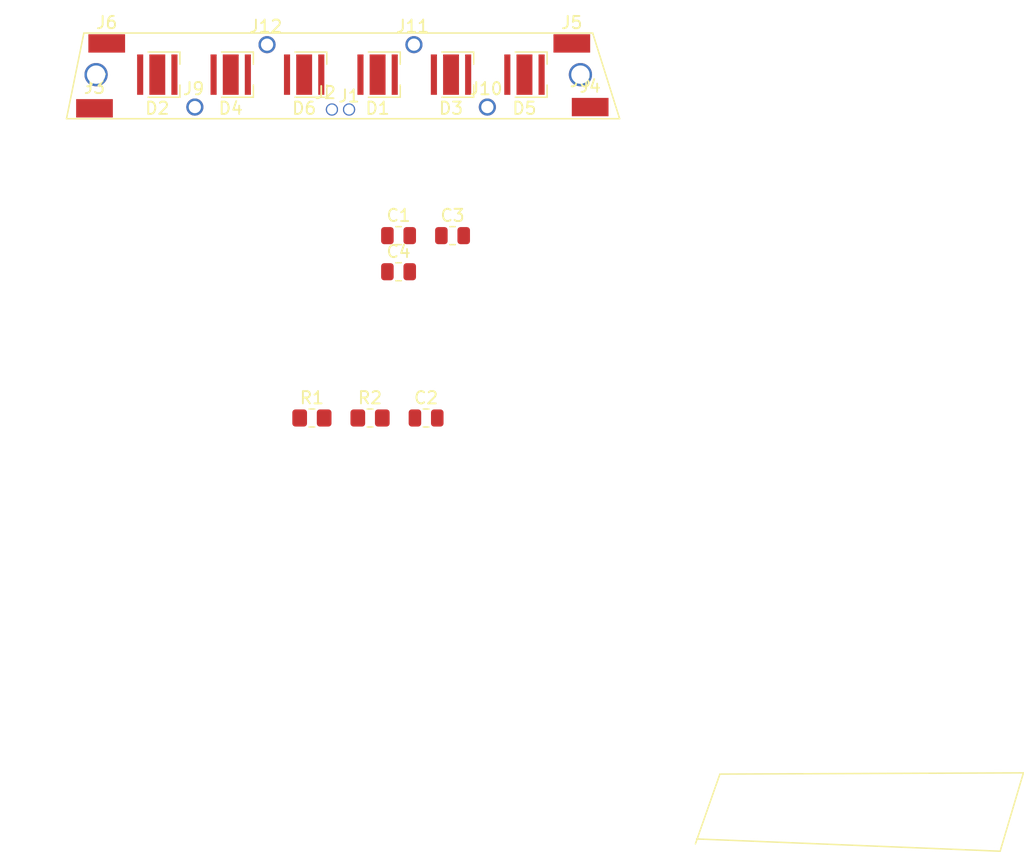
<source format=kicad_pcb>
(kicad_pcb (version 20171130) (host pcbnew "(5.1.9)-1")

  (general
    (thickness 1.6)
    (drawings 8)
    (tracks 0)
    (zones 0)
    (modules 24)
    (nets 10)
  )

  (page A4)
  (layers
    (0 F.Cu signal)
    (31 B.Cu signal)
    (32 B.Adhes user)
    (33 F.Adhes user)
    (34 B.Paste user)
    (35 F.Paste user)
    (36 B.SilkS user)
    (37 F.SilkS user)
    (38 B.Mask user)
    (39 F.Mask user)
    (40 Dwgs.User user)
    (41 Cmts.User user)
    (42 Eco1.User user)
    (43 Eco2.User user)
    (44 Edge.Cuts user)
    (45 Margin user)
    (46 B.CrtYd user)
    (47 F.CrtYd user)
    (48 B.Fab user)
    (49 F.Fab user)
  )

  (setup
    (last_trace_width 0.25)
    (trace_clearance 0.2)
    (zone_clearance 0.508)
    (zone_45_only no)
    (trace_min 0.2)
    (via_size 0.8)
    (via_drill 0.4)
    (via_min_size 0.4)
    (via_min_drill 0.3)
    (uvia_size 0.3)
    (uvia_drill 0.1)
    (uvias_allowed no)
    (uvia_min_size 0.2)
    (uvia_min_drill 0.1)
    (edge_width 0.05)
    (segment_width 0.2)
    (pcb_text_width 0.3)
    (pcb_text_size 1.5 1.5)
    (mod_edge_width 0.12)
    (mod_text_size 1 1)
    (mod_text_width 0.15)
    (pad_size 1.3 3.3)
    (pad_drill 0)
    (pad_to_mask_clearance 0)
    (aux_axis_origin 0 0)
    (visible_elements 7FFFFFFF)
    (pcbplotparams
      (layerselection 0x010fc_ffffffff)
      (usegerberextensions false)
      (usegerberattributes true)
      (usegerberadvancedattributes true)
      (creategerberjobfile true)
      (excludeedgelayer true)
      (linewidth 0.100000)
      (plotframeref false)
      (viasonmask false)
      (mode 1)
      (useauxorigin false)
      (hpglpennumber 1)
      (hpglpenspeed 20)
      (hpglpendiameter 15.000000)
      (psnegative false)
      (psa4output false)
      (plotreference true)
      (plotvalue true)
      (plotinvisibletext false)
      (padsonsilk false)
      (subtractmaskfromsilk false)
      (outputformat 1)
      (mirror false)
      (drillshape 1)
      (scaleselection 1)
      (outputdirectory ""))
  )

  (net 0 "")
  (net 1 "Net-(C1-Pad1)")
  (net 2 "Net-(C1-Pad2)")
  (net 3 "Net-(D1-Pad1)")
  (net 4 "Net-(D2-Pad1)")
  (net 5 "Net-(D3-Pad1)")
  (net 6 "Net-(D4-Pad1)")
  (net 7 "Net-(D5-Pad1)")
  (net 8 "Net-(D6-Pad1)")
  (net 9 GND)

  (net_class Default "This is the default net class."
    (clearance 0.2)
    (trace_width 0.25)
    (via_dia 0.8)
    (via_drill 0.4)
    (uvia_dia 0.3)
    (uvia_drill 0.1)
    (add_net GND)
    (add_net "Net-(C1-Pad1)")
    (add_net "Net-(C1-Pad2)")
    (add_net "Net-(D1-Pad1)")
    (add_net "Net-(D2-Pad1)")
    (add_net "Net-(D3-Pad1)")
    (add_net "Net-(D4-Pad1)")
    (add_net "Net-(D5-Pad1)")
    (add_net "Net-(D6-Pad1)")
  )

  (module pins:WireSidePlate_001 (layer F.Cu) (tedit 61220B6C) (tstamp 61224DC8)
    (at 2.4 7.6)
    (path /6121E8A1)
    (fp_text reference J3 (at 0 0.5) (layer F.SilkS)
      (effects (font (size 1 1) (thickness 0.15)))
    )
    (fp_text value Conn_01x01_Female (at 0 -0.5) (layer F.Fab)
      (effects (font (size 1 1) (thickness 0.15)))
    )
    (pad 1 smd rect (at 0 2.2) (size 3 1.5) (layers F.Cu F.Paste F.Mask)
      (net 9 GND))
  )

  (module pins:WireSidePlate_001 (layer F.Cu) (tedit 61220B6C) (tstamp 61224DCD)
    (at 42.9 7.5)
    (path /6121F038)
    (fp_text reference J4 (at 0 0.5) (layer F.SilkS)
      (effects (font (size 1 1) (thickness 0.15)))
    )
    (fp_text value Conn_01x01_Female (at 0 -0.5) (layer F.Fab)
      (effects (font (size 1 1) (thickness 0.15)))
    )
    (pad 1 smd rect (at 0 2.2) (size 3 1.5) (layers F.Cu F.Paste F.Mask)
      (net 9 GND))
  )

  (module pins:WireSidePlate_001 (layer F.Cu) (tedit 61220B6C) (tstamp 61224DD2)
    (at 41.4 2.3)
    (path /6121F999)
    (fp_text reference J5 (at 0 0.5) (layer F.SilkS)
      (effects (font (size 1 1) (thickness 0.15)))
    )
    (fp_text value Conn_01x01_Female (at 0 -0.5) (layer F.Fab)
      (effects (font (size 1 1) (thickness 0.15)))
    )
    (pad 1 smd rect (at 0 2.2) (size 3 1.5) (layers F.Cu F.Paste F.Mask)
      (net 9 GND))
  )

  (module pins:WireSidePlate_001 (layer F.Cu) (tedit 61220B6C) (tstamp 61224DD7)
    (at 3.4 2.3)
    (path /6122010A)
    (fp_text reference J6 (at 0 0.5) (layer F.SilkS)
      (effects (font (size 1 1) (thickness 0.15)))
    )
    (fp_text value Conn_01x01_Female (at 0 -0.5) (layer F.Fab)
      (effects (font (size 1 1) (thickness 0.15)))
    )
    (pad 1 smd rect (at 0 2.2) (size 3 1.5) (layers F.Cu F.Paste F.Mask)
      (net 9 GND))
  )

  (module Resistor_SMD:R_0805_2012Metric (layer F.Cu) (tedit 5F68FEEE) (tstamp 611C9952)
    (at 27.245001 20.205001)
    (descr "Resistor SMD 0805 (2012 Metric), square (rectangular) end terminal, IPC_7351 nominal, (Body size source: IPC-SM-782 page 72, https://www.pcb-3d.com/wordpress/wp-content/uploads/ipc-sm-782a_amendment_1_and_2.pdf), generated with kicad-footprint-generator")
    (tags resistor)
    (path /611CE72F)
    (attr smd)
    (fp_text reference C1 (at 0 -1.65) (layer F.SilkS)
      (effects (font (size 1 1) (thickness 0.15)))
    )
    (fp_text value C (at 0 1.65) (layer F.Fab)
      (effects (font (size 1 1) (thickness 0.15)))
    )
    (fp_line (start 1.68 0.95) (end -1.68 0.95) (layer F.CrtYd) (width 0.05))
    (fp_line (start 1.68 -0.95) (end 1.68 0.95) (layer F.CrtYd) (width 0.05))
    (fp_line (start -1.68 -0.95) (end 1.68 -0.95) (layer F.CrtYd) (width 0.05))
    (fp_line (start -1.68 0.95) (end -1.68 -0.95) (layer F.CrtYd) (width 0.05))
    (fp_line (start -0.227064 0.735) (end 0.227064 0.735) (layer F.SilkS) (width 0.12))
    (fp_line (start -0.227064 -0.735) (end 0.227064 -0.735) (layer F.SilkS) (width 0.12))
    (fp_line (start 1 0.625) (end -1 0.625) (layer F.Fab) (width 0.1))
    (fp_line (start 1 -0.625) (end 1 0.625) (layer F.Fab) (width 0.1))
    (fp_line (start -1 -0.625) (end 1 -0.625) (layer F.Fab) (width 0.1))
    (fp_line (start -1 0.625) (end -1 -0.625) (layer F.Fab) (width 0.1))
    (fp_text user %R (at 0 0) (layer F.Fab)
      (effects (font (size 0.5 0.5) (thickness 0.08)))
    )
    (pad 1 smd roundrect (at -0.9125 0) (size 1.025 1.4) (layers F.Cu F.Paste F.Mask) (roundrect_rratio 0.243902)
      (net 1 "Net-(C1-Pad1)"))
    (pad 2 smd roundrect (at 0.9125 0) (size 1.025 1.4) (layers F.Cu F.Paste F.Mask) (roundrect_rratio 0.243902)
      (net 2 "Net-(C1-Pad2)"))
    (model ${KISYS3DMOD}/Resistor_SMD.3dshapes/R_0805_2012Metric.wrl
      (at (xyz 0 0 0))
      (scale (xyz 1 1 1))
      (rotate (xyz 0 0 0))
    )
  )

  (module Resistor_SMD:R_0805_2012Metric (layer F.Cu) (tedit 5F68FEEE) (tstamp 611C9963)
    (at 29.495001 35.105001)
    (descr "Resistor SMD 0805 (2012 Metric), square (rectangular) end terminal, IPC_7351 nominal, (Body size source: IPC-SM-782 page 72, https://www.pcb-3d.com/wordpress/wp-content/uploads/ipc-sm-782a_amendment_1_and_2.pdf), generated with kicad-footprint-generator")
    (tags resistor)
    (path /611CEE4D)
    (attr smd)
    (fp_text reference C2 (at 0 -1.65) (layer F.SilkS)
      (effects (font (size 1 1) (thickness 0.15)))
    )
    (fp_text value C (at 0 1.65) (layer F.Fab)
      (effects (font (size 1 1) (thickness 0.15)))
    )
    (fp_line (start -1 0.625) (end -1 -0.625) (layer F.Fab) (width 0.1))
    (fp_line (start -1 -0.625) (end 1 -0.625) (layer F.Fab) (width 0.1))
    (fp_line (start 1 -0.625) (end 1 0.625) (layer F.Fab) (width 0.1))
    (fp_line (start 1 0.625) (end -1 0.625) (layer F.Fab) (width 0.1))
    (fp_line (start -0.227064 -0.735) (end 0.227064 -0.735) (layer F.SilkS) (width 0.12))
    (fp_line (start -0.227064 0.735) (end 0.227064 0.735) (layer F.SilkS) (width 0.12))
    (fp_line (start -1.68 0.95) (end -1.68 -0.95) (layer F.CrtYd) (width 0.05))
    (fp_line (start -1.68 -0.95) (end 1.68 -0.95) (layer F.CrtYd) (width 0.05))
    (fp_line (start 1.68 -0.95) (end 1.68 0.95) (layer F.CrtYd) (width 0.05))
    (fp_line (start 1.68 0.95) (end -1.68 0.95) (layer F.CrtYd) (width 0.05))
    (fp_text user %R (at 0 0) (layer F.Fab)
      (effects (font (size 0.5 0.5) (thickness 0.08)))
    )
    (pad 2 smd roundrect (at 0.9125 0) (size 1.025 1.4) (layers F.Cu F.Paste F.Mask) (roundrect_rratio 0.243902)
      (net 2 "Net-(C1-Pad2)"))
    (pad 1 smd roundrect (at -0.9125 0) (size 1.025 1.4) (layers F.Cu F.Paste F.Mask) (roundrect_rratio 0.243902)
      (net 1 "Net-(C1-Pad1)"))
    (model ${KISYS3DMOD}/Resistor_SMD.3dshapes/R_0805_2012Metric.wrl
      (at (xyz 0 0 0))
      (scale (xyz 1 1 1))
      (rotate (xyz 0 0 0))
    )
  )

  (module Resistor_SMD:R_0805_2012Metric (layer F.Cu) (tedit 5F68FEEE) (tstamp 611C9974)
    (at 31.655001 20.205001)
    (descr "Resistor SMD 0805 (2012 Metric), square (rectangular) end terminal, IPC_7351 nominal, (Body size source: IPC-SM-782 page 72, https://www.pcb-3d.com/wordpress/wp-content/uploads/ipc-sm-782a_amendment_1_and_2.pdf), generated with kicad-footprint-generator")
    (tags resistor)
    (path /611D226B)
    (attr smd)
    (fp_text reference C3 (at 0 -1.65) (layer F.SilkS)
      (effects (font (size 1 1) (thickness 0.15)))
    )
    (fp_text value C (at 0 1.65) (layer F.Fab)
      (effects (font (size 1 1) (thickness 0.15)))
    )
    (fp_line (start 1.68 0.95) (end -1.68 0.95) (layer F.CrtYd) (width 0.05))
    (fp_line (start 1.68 -0.95) (end 1.68 0.95) (layer F.CrtYd) (width 0.05))
    (fp_line (start -1.68 -0.95) (end 1.68 -0.95) (layer F.CrtYd) (width 0.05))
    (fp_line (start -1.68 0.95) (end -1.68 -0.95) (layer F.CrtYd) (width 0.05))
    (fp_line (start -0.227064 0.735) (end 0.227064 0.735) (layer F.SilkS) (width 0.12))
    (fp_line (start -0.227064 -0.735) (end 0.227064 -0.735) (layer F.SilkS) (width 0.12))
    (fp_line (start 1 0.625) (end -1 0.625) (layer F.Fab) (width 0.1))
    (fp_line (start 1 -0.625) (end 1 0.625) (layer F.Fab) (width 0.1))
    (fp_line (start -1 -0.625) (end 1 -0.625) (layer F.Fab) (width 0.1))
    (fp_line (start -1 0.625) (end -1 -0.625) (layer F.Fab) (width 0.1))
    (fp_text user %R (at 0 0) (layer F.Fab)
      (effects (font (size 0.5 0.5) (thickness 0.08)))
    )
    (pad 1 smd roundrect (at -0.9125 0) (size 1.025 1.4) (layers F.Cu F.Paste F.Mask) (roundrect_rratio 0.243902)
      (net 1 "Net-(C1-Pad1)"))
    (pad 2 smd roundrect (at 0.9125 0) (size 1.025 1.4) (layers F.Cu F.Paste F.Mask) (roundrect_rratio 0.243902)
      (net 2 "Net-(C1-Pad2)"))
    (model ${KISYS3DMOD}/Resistor_SMD.3dshapes/R_0805_2012Metric.wrl
      (at (xyz 0 0 0))
      (scale (xyz 1 1 1))
      (rotate (xyz 0 0 0))
    )
  )

  (module Resistor_SMD:R_0805_2012Metric (layer F.Cu) (tedit 5F68FEEE) (tstamp 611C9985)
    (at 27.245001 23.155001)
    (descr "Resistor SMD 0805 (2012 Metric), square (rectangular) end terminal, IPC_7351 nominal, (Body size source: IPC-SM-782 page 72, https://www.pcb-3d.com/wordpress/wp-content/uploads/ipc-sm-782a_amendment_1_and_2.pdf), generated with kicad-footprint-generator")
    (tags resistor)
    (path /611D2271)
    (attr smd)
    (fp_text reference C4 (at 0 -1.65) (layer F.SilkS)
      (effects (font (size 1 1) (thickness 0.15)))
    )
    (fp_text value C (at 0 1.65) (layer F.Fab)
      (effects (font (size 1 1) (thickness 0.15)))
    )
    (fp_line (start -1 0.625) (end -1 -0.625) (layer F.Fab) (width 0.1))
    (fp_line (start -1 -0.625) (end 1 -0.625) (layer F.Fab) (width 0.1))
    (fp_line (start 1 -0.625) (end 1 0.625) (layer F.Fab) (width 0.1))
    (fp_line (start 1 0.625) (end -1 0.625) (layer F.Fab) (width 0.1))
    (fp_line (start -0.227064 -0.735) (end 0.227064 -0.735) (layer F.SilkS) (width 0.12))
    (fp_line (start -0.227064 0.735) (end 0.227064 0.735) (layer F.SilkS) (width 0.12))
    (fp_line (start -1.68 0.95) (end -1.68 -0.95) (layer F.CrtYd) (width 0.05))
    (fp_line (start -1.68 -0.95) (end 1.68 -0.95) (layer F.CrtYd) (width 0.05))
    (fp_line (start 1.68 -0.95) (end 1.68 0.95) (layer F.CrtYd) (width 0.05))
    (fp_line (start 1.68 0.95) (end -1.68 0.95) (layer F.CrtYd) (width 0.05))
    (fp_text user %R (at 0 0) (layer F.Fab)
      (effects (font (size 0.5 0.5) (thickness 0.08)))
    )
    (pad 2 smd roundrect (at 0.9125 0) (size 1.025 1.4) (layers F.Cu F.Paste F.Mask) (roundrect_rratio 0.243902)
      (net 2 "Net-(C1-Pad2)"))
    (pad 1 smd roundrect (at -0.9125 0) (size 1.025 1.4) (layers F.Cu F.Paste F.Mask) (roundrect_rratio 0.243902)
      (net 1 "Net-(C1-Pad1)"))
    (model ${KISYS3DMOD}/Resistor_SMD.3dshapes/R_0805_2012Metric.wrl
      (at (xyz 0 0 0))
      (scale (xyz 1 1 1))
      (rotate (xyz 0 0 0))
    )
  )

  (module LED_SMD:LED_Cree-XHP35 (layer F.Cu) (tedit 5E7E470B) (tstamp 611C99A2)
    (at 25.5318 7.0503 180)
    (descr http://www.cree.com/~/media/Files/Cree/LED-Components-and-Modules/XLamp/Data-and-Binning/ds--XHP35.pdf)
    (tags "LED Cree XHP35")
    (path /611C63E6)
    (attr smd)
    (fp_text reference D1 (at 0 -2.75) (layer F.SilkS)
      (effects (font (size 1 1) (thickness 0.15)))
    )
    (fp_text value LED (at 0 2.75) (layer F.Fab)
      (effects (font (size 1 1) (thickness 0.15)))
    )
    (fp_line (start -1.65 -1.65) (end 1.65 -1.65) (layer F.Fab) (width 0.1))
    (fp_line (start 1.65 -1.65) (end 1.65 1.65) (layer F.Fab) (width 0.1))
    (fp_line (start 1.65 1.65) (end -1.65 1.65) (layer F.Fab) (width 0.1))
    (fp_line (start -1.65 1.65) (end -1.65 -1.65) (layer F.Fab) (width 0.1))
    (fp_line (start 0.75 -1.85) (end -1.85 -1.85) (layer F.SilkS) (width 0.12))
    (fp_line (start -1.85 -1.85) (end -1.85 -0.85) (layer F.SilkS) (width 0.12))
    (fp_line (start 0.75 1.85) (end -1.85 1.85) (layer F.SilkS) (width 0.12))
    (fp_line (start -1.85 1.85) (end -1.85 0.85) (layer F.SilkS) (width 0.12))
    (fp_line (start -1.9 1.9) (end 1.9 1.9) (layer F.CrtYd) (width 0.05))
    (fp_line (start 1.9 1.9) (end 1.9 -1.9) (layer F.CrtYd) (width 0.05))
    (fp_line (start 1.9 -1.9) (end -1.9 -1.9) (layer F.CrtYd) (width 0.05))
    (fp_line (start -1.9 -1.9) (end -1.9 1.9) (layer F.CrtYd) (width 0.05))
    (fp_line (start 1.25 0) (end 0.5 0) (layer F.Fab) (width 0.1))
    (fp_line (start -1.25 0) (end -0.5 0) (layer F.Fab) (width 0.1))
    (fp_line (start -0.5 -0.5) (end -0.5 0.5) (layer F.Fab) (width 0.1))
    (fp_line (start -0.5 0) (end 0.5 -0.5) (layer F.Fab) (width 0.1))
    (fp_line (start 0.5 -0.5) (end 0.5 0.5) (layer F.Fab) (width 0.1))
    (fp_line (start 0.5 0.5) (end -0.5 0) (layer F.Fab) (width 0.1))
    (fp_text user %R (at 0 0) (layer F.Fab)
      (effects (font (size 0.8 0.8) (thickness 0.08)))
    )
    (pad "" smd rect (at 0 0 180) (size 1.01 0.75) (layers F.Paste))
    (pad "" smd rect (at 0 -1 180) (size 1.01 0.75) (layers F.Paste))
    (pad "" smd rect (at 0 1 180) (size 1.01 0.75) (layers F.Paste))
    (pad 3 smd rect (at 0 0 180) (size 1.3 3.3) (layers F.Cu F.Mask))
    (pad 1 smd rect (at -1.4 0 180) (size 0.5 3.3) (layers F.Cu F.Paste F.Mask)
      (net 3 "Net-(D1-Pad1)"))
    (pad 2 smd rect (at 1.4 0 180) (size 0.5 3.3) (layers F.Cu F.Paste F.Mask)
      (net 1 "Net-(C1-Pad1)"))
    (model ${KISYS3DMOD}/LED_SMD.3dshapes/LED_Cree-XHP35.wrl
      (at (xyz 0 0 0))
      (scale (xyz 1 1 1))
      (rotate (xyz 0 0 0))
    )
  )

  (module LED_SMD:LED_Cree-XHP35 (layer F.Cu) (tedit 611D3B38) (tstamp 611C99BF)
    (at 7.5318 7.0503 180)
    (descr http://www.cree.com/~/media/Files/Cree/LED-Components-and-Modules/XLamp/Data-and-Binning/ds--XHP35.pdf)
    (tags "LED Cree XHP35")
    (path /611C3954)
    (attr smd)
    (fp_text reference D2 (at 0 -2.75) (layer F.SilkS)
      (effects (font (size 1 1) (thickness 0.15)))
    )
    (fp_text value LED (at 0 2.75) (layer F.Fab)
      (effects (font (size 1 1) (thickness 0.15)))
    )
    (fp_line (start 0.5 0.5) (end -0.5 0) (layer F.Fab) (width 0.1))
    (fp_line (start 0.5 -0.5) (end 0.5 0.5) (layer F.Fab) (width 0.1))
    (fp_line (start -0.5 0) (end 0.5 -0.5) (layer F.Fab) (width 0.1))
    (fp_line (start -0.5 -0.5) (end -0.5 0.5) (layer F.Fab) (width 0.1))
    (fp_line (start -1.25 0) (end -0.5 0) (layer F.Fab) (width 0.1))
    (fp_line (start 1.25 0) (end 0.5 0) (layer F.Fab) (width 0.1))
    (fp_line (start -1.9 -1.9) (end -1.9 1.9) (layer F.CrtYd) (width 0.05))
    (fp_line (start 1.9 -1.9) (end -1.9 -1.9) (layer F.CrtYd) (width 0.05))
    (fp_line (start 1.9 1.9) (end 1.9 -1.9) (layer F.CrtYd) (width 0.05))
    (fp_line (start -1.9 1.9) (end 1.9 1.9) (layer F.CrtYd) (width 0.05))
    (fp_line (start -1.85 1.85) (end -1.85 0.85) (layer F.SilkS) (width 0.12))
    (fp_line (start 0.75 1.85) (end -1.85 1.85) (layer F.SilkS) (width 0.12))
    (fp_line (start -1.85 -1.85) (end -1.85 -0.85) (layer F.SilkS) (width 0.12))
    (fp_line (start 0.75 -1.85) (end -1.85 -1.85) (layer F.SilkS) (width 0.12))
    (fp_line (start -1.65 1.65) (end -1.65 -1.65) (layer F.Fab) (width 0.1))
    (fp_line (start 1.65 1.65) (end -1.65 1.65) (layer F.Fab) (width 0.1))
    (fp_line (start 1.65 -1.65) (end 1.65 1.65) (layer F.Fab) (width 0.1))
    (fp_line (start -1.65 -1.65) (end 1.65 -1.65) (layer F.Fab) (width 0.1))
    (fp_text user %R (at 0 0) (layer F.Fab)
      (effects (font (size 0.8 0.8) (thickness 0.08)))
    )
    (pad 2 smd rect (at 1.4 0 180) (size 0.5 3.3) (layers F.Cu F.Paste F.Mask)
      (net 1 "Net-(C1-Pad1)"))
    (pad 1 smd rect (at -1.4 0 180) (size 0.5 3.3) (layers F.Cu F.Paste F.Mask)
      (net 4 "Net-(D2-Pad1)"))
    (pad 3 smd rect (at 0 0 180) (size 1.3 3.3) (layers F.Cu F.Mask))
    (pad "" smd rect (at 0 1 180) (size 1.01 0.75) (layers F.Paste))
    (pad "" smd rect (at 0 -1 180) (size 1.01 0.75) (layers F.Paste))
    (pad "" smd rect (at 0 0 180) (size 1.01 0.75) (layers F.Paste))
    (model ${KISYS3DMOD}/LED_SMD.3dshapes/LED_Cree-XHP35.wrl
      (at (xyz 0 0 0))
      (scale (xyz 1 1 1))
      (rotate (xyz 0 0 0))
    )
  )

  (module LED_SMD:LED_Cree-XHP35 (layer F.Cu) (tedit 5E7E470B) (tstamp 611C99DC)
    (at 31.5318 7.0503 180)
    (descr http://www.cree.com/~/media/Files/Cree/LED-Components-and-Modules/XLamp/Data-and-Binning/ds--XHP35.pdf)
    (tags "LED Cree XHP35")
    (path /611C8036)
    (attr smd)
    (fp_text reference D3 (at 0 -2.75) (layer F.SilkS)
      (effects (font (size 1 1) (thickness 0.15)))
    )
    (fp_text value LED (at 0 2.75) (layer F.Fab)
      (effects (font (size 1 1) (thickness 0.15)))
    )
    (fp_line (start 0.5 0.5) (end -0.5 0) (layer F.Fab) (width 0.1))
    (fp_line (start 0.5 -0.5) (end 0.5 0.5) (layer F.Fab) (width 0.1))
    (fp_line (start -0.5 0) (end 0.5 -0.5) (layer F.Fab) (width 0.1))
    (fp_line (start -0.5 -0.5) (end -0.5 0.5) (layer F.Fab) (width 0.1))
    (fp_line (start -1.25 0) (end -0.5 0) (layer F.Fab) (width 0.1))
    (fp_line (start 1.25 0) (end 0.5 0) (layer F.Fab) (width 0.1))
    (fp_line (start -1.9 -1.9) (end -1.9 1.9) (layer F.CrtYd) (width 0.05))
    (fp_line (start 1.9 -1.9) (end -1.9 -1.9) (layer F.CrtYd) (width 0.05))
    (fp_line (start 1.9 1.9) (end 1.9 -1.9) (layer F.CrtYd) (width 0.05))
    (fp_line (start -1.9 1.9) (end 1.9 1.9) (layer F.CrtYd) (width 0.05))
    (fp_line (start -1.85 1.85) (end -1.85 0.85) (layer F.SilkS) (width 0.12))
    (fp_line (start 0.75 1.85) (end -1.85 1.85) (layer F.SilkS) (width 0.12))
    (fp_line (start -1.85 -1.85) (end -1.85 -0.85) (layer F.SilkS) (width 0.12))
    (fp_line (start 0.75 -1.85) (end -1.85 -1.85) (layer F.SilkS) (width 0.12))
    (fp_line (start -1.65 1.65) (end -1.65 -1.65) (layer F.Fab) (width 0.1))
    (fp_line (start 1.65 1.65) (end -1.65 1.65) (layer F.Fab) (width 0.1))
    (fp_line (start 1.65 -1.65) (end 1.65 1.65) (layer F.Fab) (width 0.1))
    (fp_line (start -1.65 -1.65) (end 1.65 -1.65) (layer F.Fab) (width 0.1))
    (fp_text user %R (at 0 0) (layer F.Fab)
      (effects (font (size 0.8 0.8) (thickness 0.08)))
    )
    (pad 2 smd rect (at 1.4 0 180) (size 0.5 3.3) (layers F.Cu F.Paste F.Mask)
      (net 3 "Net-(D1-Pad1)"))
    (pad 1 smd rect (at -1.4 0 180) (size 0.5 3.3) (layers F.Cu F.Paste F.Mask)
      (net 5 "Net-(D3-Pad1)"))
    (pad 3 smd rect (at 0 0 180) (size 1.3 3.3) (layers F.Cu F.Mask))
    (pad "" smd rect (at 0 1 180) (size 1.01 0.75) (layers F.Paste))
    (pad "" smd rect (at 0 -1 180) (size 1.01 0.75) (layers F.Paste))
    (pad "" smd rect (at 0 0 180) (size 1.01 0.75) (layers F.Paste))
    (model ${KISYS3DMOD}/LED_SMD.3dshapes/LED_Cree-XHP35.wrl
      (at (xyz 0 0 0))
      (scale (xyz 1 1 1))
      (rotate (xyz 0 0 0))
    )
  )

  (module LED_SMD:LED_Cree-XHP35 (layer F.Cu) (tedit 5E7E470B) (tstamp 611C99F9)
    (at 13.5318 7.0503 180)
    (descr http://www.cree.com/~/media/Files/Cree/LED-Components-and-Modules/XLamp/Data-and-Binning/ds--XHP35.pdf)
    (tags "LED Cree XHP35")
    (path /611C5107)
    (attr smd)
    (fp_text reference D4 (at 0 -2.75) (layer F.SilkS)
      (effects (font (size 1 1) (thickness 0.15)))
    )
    (fp_text value LED (at 0 2.75) (layer F.Fab)
      (effects (font (size 1 1) (thickness 0.15)))
    )
    (fp_line (start -1.65 -1.65) (end 1.65 -1.65) (layer F.Fab) (width 0.1))
    (fp_line (start 1.65 -1.65) (end 1.65 1.65) (layer F.Fab) (width 0.1))
    (fp_line (start 1.65 1.65) (end -1.65 1.65) (layer F.Fab) (width 0.1))
    (fp_line (start -1.65 1.65) (end -1.65 -1.65) (layer F.Fab) (width 0.1))
    (fp_line (start 0.75 -1.85) (end -1.85 -1.85) (layer F.SilkS) (width 0.12))
    (fp_line (start -1.85 -1.85) (end -1.85 -0.85) (layer F.SilkS) (width 0.12))
    (fp_line (start 0.75 1.85) (end -1.85 1.85) (layer F.SilkS) (width 0.12))
    (fp_line (start -1.85 1.85) (end -1.85 0.85) (layer F.SilkS) (width 0.12))
    (fp_line (start -1.9 1.9) (end 1.9 1.9) (layer F.CrtYd) (width 0.05))
    (fp_line (start 1.9 1.9) (end 1.9 -1.9) (layer F.CrtYd) (width 0.05))
    (fp_line (start 1.9 -1.9) (end -1.9 -1.9) (layer F.CrtYd) (width 0.05))
    (fp_line (start -1.9 -1.9) (end -1.9 1.9) (layer F.CrtYd) (width 0.05))
    (fp_line (start 1.25 0) (end 0.5 0) (layer F.Fab) (width 0.1))
    (fp_line (start -1.25 0) (end -0.5 0) (layer F.Fab) (width 0.1))
    (fp_line (start -0.5 -0.5) (end -0.5 0.5) (layer F.Fab) (width 0.1))
    (fp_line (start -0.5 0) (end 0.5 -0.5) (layer F.Fab) (width 0.1))
    (fp_line (start 0.5 -0.5) (end 0.5 0.5) (layer F.Fab) (width 0.1))
    (fp_line (start 0.5 0.5) (end -0.5 0) (layer F.Fab) (width 0.1))
    (fp_text user %R (at 0 0) (layer F.Fab)
      (effects (font (size 0.8 0.8) (thickness 0.08)))
    )
    (pad "" smd rect (at 0 0 180) (size 1.01 0.75) (layers F.Paste))
    (pad "" smd rect (at 0 -1 180) (size 1.01 0.75) (layers F.Paste))
    (pad "" smd rect (at 0 1 180) (size 1.01 0.75) (layers F.Paste))
    (pad 3 smd rect (at 0 0 180) (size 1.3 3.3) (layers F.Cu F.Mask))
    (pad 1 smd rect (at -1.4 0 180) (size 0.5 3.3) (layers F.Cu F.Paste F.Mask)
      (net 6 "Net-(D4-Pad1)"))
    (pad 2 smd rect (at 1.4 0 180) (size 0.5 3.3) (layers F.Cu F.Paste F.Mask)
      (net 4 "Net-(D2-Pad1)"))
    (model ${KISYS3DMOD}/LED_SMD.3dshapes/LED_Cree-XHP35.wrl
      (at (xyz 0 0 0))
      (scale (xyz 1 1 1))
      (rotate (xyz 0 0 0))
    )
  )

  (module LED_SMD:LED_Cree-XHP35 (layer F.Cu) (tedit 5E7E470B) (tstamp 611C9A16)
    (at 37.5318 7.0503 180)
    (descr http://www.cree.com/~/media/Files/Cree/LED-Components-and-Modules/XLamp/Data-and-Binning/ds--XHP35.pdf)
    (tags "LED Cree XHP35")
    (path /611C803C)
    (attr smd)
    (fp_text reference D5 (at 0 -2.75) (layer F.SilkS)
      (effects (font (size 1 1) (thickness 0.15)))
    )
    (fp_text value LED (at 0 2.75) (layer F.Fab)
      (effects (font (size 1 1) (thickness 0.15)))
    )
    (fp_line (start -1.65 -1.65) (end 1.65 -1.65) (layer F.Fab) (width 0.1))
    (fp_line (start 1.65 -1.65) (end 1.65 1.65) (layer F.Fab) (width 0.1))
    (fp_line (start 1.65 1.65) (end -1.65 1.65) (layer F.Fab) (width 0.1))
    (fp_line (start -1.65 1.65) (end -1.65 -1.65) (layer F.Fab) (width 0.1))
    (fp_line (start 0.75 -1.85) (end -1.85 -1.85) (layer F.SilkS) (width 0.12))
    (fp_line (start -1.85 -1.85) (end -1.85 -0.85) (layer F.SilkS) (width 0.12))
    (fp_line (start 0.75 1.85) (end -1.85 1.85) (layer F.SilkS) (width 0.12))
    (fp_line (start -1.85 1.85) (end -1.85 0.85) (layer F.SilkS) (width 0.12))
    (fp_line (start -1.9 1.9) (end 1.9 1.9) (layer F.CrtYd) (width 0.05))
    (fp_line (start 1.9 1.9) (end 1.9 -1.9) (layer F.CrtYd) (width 0.05))
    (fp_line (start 1.9 -1.9) (end -1.9 -1.9) (layer F.CrtYd) (width 0.05))
    (fp_line (start -1.9 -1.9) (end -1.9 1.9) (layer F.CrtYd) (width 0.05))
    (fp_line (start 1.25 0) (end 0.5 0) (layer F.Fab) (width 0.1))
    (fp_line (start -1.25 0) (end -0.5 0) (layer F.Fab) (width 0.1))
    (fp_line (start -0.5 -0.5) (end -0.5 0.5) (layer F.Fab) (width 0.1))
    (fp_line (start -0.5 0) (end 0.5 -0.5) (layer F.Fab) (width 0.1))
    (fp_line (start 0.5 -0.5) (end 0.5 0.5) (layer F.Fab) (width 0.1))
    (fp_line (start 0.5 0.5) (end -0.5 0) (layer F.Fab) (width 0.1))
    (fp_text user %R (at 0 0) (layer F.Fab)
      (effects (font (size 0.8 0.8) (thickness 0.08)))
    )
    (pad "" smd rect (at 0 0 180) (size 1.01 0.75) (layers F.Paste))
    (pad "" smd rect (at 0 -1 180) (size 1.01 0.75) (layers F.Paste))
    (pad "" smd rect (at 0 1 180) (size 1.01 0.75) (layers F.Paste))
    (pad 3 smd rect (at 0 0 180) (size 1.3 3.3) (layers F.Cu F.Mask))
    (pad 1 smd rect (at -1.4 0 180) (size 0.5 3.3) (layers F.Cu F.Paste F.Mask)
      (net 7 "Net-(D5-Pad1)"))
    (pad 2 smd rect (at 1.4 0 180) (size 0.5 3.3) (layers F.Cu F.Paste F.Mask)
      (net 5 "Net-(D3-Pad1)"))
    (model ${KISYS3DMOD}/LED_SMD.3dshapes/LED_Cree-XHP35.wrl
      (at (xyz 0 0 0))
      (scale (xyz 1 1 1))
      (rotate (xyz 0 0 0))
    )
  )

  (module LED_SMD:LED_Cree-XHP35 (layer F.Cu) (tedit 5E7E470B) (tstamp 611C9A33)
    (at 19.5318 7.0503 180)
    (descr http://www.cree.com/~/media/Files/Cree/LED-Components-and-Modules/XLamp/Data-and-Binning/ds--XHP35.pdf)
    (tags "LED Cree XHP35")
    (path /611C63E0)
    (attr smd)
    (fp_text reference D6 (at 0 -2.75) (layer F.SilkS)
      (effects (font (size 1 1) (thickness 0.15)))
    )
    (fp_text value LED (at 0 2.75) (layer F.Fab)
      (effects (font (size 1 1) (thickness 0.15)))
    )
    (fp_line (start 0.5 0.5) (end -0.5 0) (layer F.Fab) (width 0.1))
    (fp_line (start 0.5 -0.5) (end 0.5 0.5) (layer F.Fab) (width 0.1))
    (fp_line (start -0.5 0) (end 0.5 -0.5) (layer F.Fab) (width 0.1))
    (fp_line (start -0.5 -0.5) (end -0.5 0.5) (layer F.Fab) (width 0.1))
    (fp_line (start -1.25 0) (end -0.5 0) (layer F.Fab) (width 0.1))
    (fp_line (start 1.25 0) (end 0.5 0) (layer F.Fab) (width 0.1))
    (fp_line (start -1.9 -1.9) (end -1.9 1.9) (layer F.CrtYd) (width 0.05))
    (fp_line (start 1.9 -1.9) (end -1.9 -1.9) (layer F.CrtYd) (width 0.05))
    (fp_line (start 1.9 1.9) (end 1.9 -1.9) (layer F.CrtYd) (width 0.05))
    (fp_line (start -1.9 1.9) (end 1.9 1.9) (layer F.CrtYd) (width 0.05))
    (fp_line (start -1.85 1.85) (end -1.85 0.85) (layer F.SilkS) (width 0.12))
    (fp_line (start 0.75 1.85) (end -1.85 1.85) (layer F.SilkS) (width 0.12))
    (fp_line (start -1.85 -1.85) (end -1.85 -0.85) (layer F.SilkS) (width 0.12))
    (fp_line (start 0.75 -1.85) (end -1.85 -1.85) (layer F.SilkS) (width 0.12))
    (fp_line (start -1.65 1.65) (end -1.65 -1.65) (layer F.Fab) (width 0.1))
    (fp_line (start 1.65 1.65) (end -1.65 1.65) (layer F.Fab) (width 0.1))
    (fp_line (start 1.65 -1.65) (end 1.65 1.65) (layer F.Fab) (width 0.1))
    (fp_line (start -1.65 -1.65) (end 1.65 -1.65) (layer F.Fab) (width 0.1))
    (fp_text user %R (at 0 0) (layer F.Fab)
      (effects (font (size 0.8 0.8) (thickness 0.08)))
    )
    (pad 2 smd rect (at 1.4 0 180) (size 0.5 3.3) (layers F.Cu F.Paste F.Mask)
      (net 6 "Net-(D4-Pad1)"))
    (pad 1 smd rect (at -1.4 0 180) (size 0.5 3.3) (layers F.Cu F.Paste F.Mask)
      (net 8 "Net-(D6-Pad1)"))
    (pad 3 smd rect (at 0 0 180) (size 1.3 3.3) (layers F.Cu F.Mask))
    (pad "" smd rect (at 0 1 180) (size 1.01 0.75) (layers F.Paste))
    (pad "" smd rect (at 0 -1 180) (size 1.01 0.75) (layers F.Paste))
    (pad "" smd rect (at 0 0 180) (size 1.01 0.75) (layers F.Paste))
    (model ${KISYS3DMOD}/LED_SMD.3dshapes/LED_Cree-XHP35.wrl
      (at (xyz 0 0 0))
      (scale (xyz 1 1 1))
      (rotate (xyz 0 0 0))
    )
  )

  (module pins:pin_0.8 (layer F.Cu) (tedit 60E69780) (tstamp 611C9A38)
    (at 23.2 8.3)
    (path /611CC688)
    (fp_text reference J1 (at 0 0.5) (layer F.SilkS)
      (effects (font (size 1 1) (thickness 0.15)))
    )
    (fp_text value Conn_01x01_Female (at 0 -0.5) (layer F.Fab)
      (effects (font (size 1 1) (thickness 0.15)))
    )
    (pad 1 thru_hole circle (at 0 1.6) (size 1 1) (drill 0.8) (layers *.Cu *.Mask)
      (net 1 "Net-(C1-Pad1)"))
  )

  (module pins:pin_0.8 (layer F.Cu) (tedit 60E69780) (tstamp 611C9A3D)
    (at 21.8 8.3)
    (path /611CDD3C)
    (fp_text reference J2 (at -0.54 0.22) (layer F.SilkS)
      (effects (font (size 1 1) (thickness 0.15)))
    )
    (fp_text value Conn_01x01_Female (at 0 -0.5) (layer F.Fab)
      (effects (font (size 1 1) (thickness 0.15)))
    )
    (pad 1 thru_hole circle (at 0 1.6) (size 1 1) (drill 0.8) (layers *.Cu *.Mask)
      (net 2 "Net-(C1-Pad2)"))
  )

  (module Resistor_SMD:R_0805_2012Metric_Pad1.20x1.40mm_HandSolder (layer F.Cu) (tedit 5F68FEEE) (tstamp 611C9A4E)
    (at 20.165001 35.105001)
    (descr "Resistor SMD 0805 (2012 Metric), square (rectangular) end terminal, IPC_7351 nominal with elongated pad for handsoldering. (Body size source: IPC-SM-782 page 72, https://www.pcb-3d.com/wordpress/wp-content/uploads/ipc-sm-782a_amendment_1_and_2.pdf), generated with kicad-footprint-generator")
    (tags "resistor handsolder")
    (path /611CAFF0)
    (attr smd)
    (fp_text reference R1 (at 0 -1.65) (layer F.SilkS)
      (effects (font (size 1 1) (thickness 0.15)))
    )
    (fp_text value R (at 0 1.65) (layer F.Fab)
      (effects (font (size 1 1) (thickness 0.15)))
    )
    (fp_line (start 1.85 0.95) (end -1.85 0.95) (layer F.CrtYd) (width 0.05))
    (fp_line (start 1.85 -0.95) (end 1.85 0.95) (layer F.CrtYd) (width 0.05))
    (fp_line (start -1.85 -0.95) (end 1.85 -0.95) (layer F.CrtYd) (width 0.05))
    (fp_line (start -1.85 0.95) (end -1.85 -0.95) (layer F.CrtYd) (width 0.05))
    (fp_line (start -0.227064 0.735) (end 0.227064 0.735) (layer F.SilkS) (width 0.12))
    (fp_line (start -0.227064 -0.735) (end 0.227064 -0.735) (layer F.SilkS) (width 0.12))
    (fp_line (start 1 0.625) (end -1 0.625) (layer F.Fab) (width 0.1))
    (fp_line (start 1 -0.625) (end 1 0.625) (layer F.Fab) (width 0.1))
    (fp_line (start -1 -0.625) (end 1 -0.625) (layer F.Fab) (width 0.1))
    (fp_line (start -1 0.625) (end -1 -0.625) (layer F.Fab) (width 0.1))
    (fp_text user %R (at 0 0) (layer F.Fab)
      (effects (font (size 0.5 0.5) (thickness 0.08)))
    )
    (pad 1 smd roundrect (at -1 0) (size 1.2 1.4) (layers F.Cu F.Paste F.Mask) (roundrect_rratio 0.208333)
      (net 2 "Net-(C1-Pad2)"))
    (pad 2 smd roundrect (at 1 0) (size 1.2 1.4) (layers F.Cu F.Paste F.Mask) (roundrect_rratio 0.208333)
      (net 7 "Net-(D5-Pad1)"))
    (model ${KISYS3DMOD}/Resistor_SMD.3dshapes/R_0805_2012Metric.wrl
      (at (xyz 0 0 0))
      (scale (xyz 1 1 1))
      (rotate (xyz 0 0 0))
    )
  )

  (module Resistor_SMD:R_0805_2012Metric_Pad1.20x1.40mm_HandSolder (layer F.Cu) (tedit 5F68FEEE) (tstamp 611C9A5F)
    (at 24.915001 35.105001)
    (descr "Resistor SMD 0805 (2012 Metric), square (rectangular) end terminal, IPC_7351 nominal with elongated pad for handsoldering. (Body size source: IPC-SM-782 page 72, https://www.pcb-3d.com/wordpress/wp-content/uploads/ipc-sm-782a_amendment_1_and_2.pdf), generated with kicad-footprint-generator")
    (tags "resistor handsolder")
    (path /611CBB1F)
    (attr smd)
    (fp_text reference R2 (at 0 -1.65) (layer F.SilkS)
      (effects (font (size 1 1) (thickness 0.15)))
    )
    (fp_text value R (at 0 1.65) (layer F.Fab)
      (effects (font (size 1 1) (thickness 0.15)))
    )
    (fp_line (start -1 0.625) (end -1 -0.625) (layer F.Fab) (width 0.1))
    (fp_line (start -1 -0.625) (end 1 -0.625) (layer F.Fab) (width 0.1))
    (fp_line (start 1 -0.625) (end 1 0.625) (layer F.Fab) (width 0.1))
    (fp_line (start 1 0.625) (end -1 0.625) (layer F.Fab) (width 0.1))
    (fp_line (start -0.227064 -0.735) (end 0.227064 -0.735) (layer F.SilkS) (width 0.12))
    (fp_line (start -0.227064 0.735) (end 0.227064 0.735) (layer F.SilkS) (width 0.12))
    (fp_line (start -1.85 0.95) (end -1.85 -0.95) (layer F.CrtYd) (width 0.05))
    (fp_line (start -1.85 -0.95) (end 1.85 -0.95) (layer F.CrtYd) (width 0.05))
    (fp_line (start 1.85 -0.95) (end 1.85 0.95) (layer F.CrtYd) (width 0.05))
    (fp_line (start 1.85 0.95) (end -1.85 0.95) (layer F.CrtYd) (width 0.05))
    (fp_text user %R (at 0 0) (layer F.Fab)
      (effects (font (size 0.5 0.5) (thickness 0.08)))
    )
    (pad 2 smd roundrect (at 1 0) (size 1.2 1.4) (layers F.Cu F.Paste F.Mask) (roundrect_rratio 0.208333)
      (net 8 "Net-(D6-Pad1)"))
    (pad 1 smd roundrect (at -1 0) (size 1.2 1.4) (layers F.Cu F.Paste F.Mask) (roundrect_rratio 0.208333)
      (net 2 "Net-(C1-Pad2)"))
    (model ${KISYS3DMOD}/Resistor_SMD.3dshapes/R_0805_2012Metric.wrl
      (at (xyz 0 0 0))
      (scale (xyz 1 1 1))
      (rotate (xyz 0 0 0))
    )
  )

  (module pins:pin_1.5 (layer F.Cu) (tedit 6121F842) (tstamp 61224DDC)
    (at 2.5318 7.0503)
    (path /61220A38)
    (fp_text reference J7 (at 0 0.5) (layer F.SilkS)
      (effects (font (size 1 1) (thickness 0.15)))
    )
    (fp_text value Conn_01x01_Female (at 0 -0.5) (layer F.Fab)
      (effects (font (size 1 1) (thickness 0.15)))
    )
    (pad 1 thru_hole circle (at 0 0) (size 1.9 1.9) (drill 1.5) (layers *.Cu *.Mask)
      (net 9 GND))
  )

  (module pins:pin_1.5 (layer F.Cu) (tedit 6121F85C) (tstamp 61224DE1)
    (at 42.1043 7.0503)
    (path /6122126C)
    (fp_text reference J8 (at 0 0.5) (layer F.SilkS)
      (effects (font (size 1 1) (thickness 0.15)))
    )
    (fp_text value Conn_01x01_Female (at 0 -0.5) (layer F.Fab)
      (effects (font (size 1 1) (thickness 0.15)))
    )
    (pad 1 thru_hole circle (at 0 0) (size 1.9 1.9) (drill 1.5) (layers *.Cu *.Mask)
      (net 9 GND))
  )

  (module pins:pin_1.0 (layer F.Cu) (tedit 6121F186) (tstamp 61224DE6)
    (at 10.5 7.7)
    (path /61225C0A)
    (fp_text reference J9 (at 0 0.5) (layer F.SilkS)
      (effects (font (size 1 1) (thickness 0.15)))
    )
    (fp_text value Conn_01x01_Female (at 0 -0.5) (layer F.Fab)
      (effects (font (size 1 1) (thickness 0.15)))
    )
    (pad 1 thru_hole circle (at 0.1 2) (size 1.4 1.4) (drill 1) (layers *.Cu *.Mask)
      (net 9 GND))
  )

  (module pins:pin_1.0 (layer F.Cu) (tedit 6121F186) (tstamp 61224DEB)
    (at 34.4 7.7)
    (path /61225C10)
    (fp_text reference J10 (at 0 0.5) (layer F.SilkS)
      (effects (font (size 1 1) (thickness 0.15)))
    )
    (fp_text value Conn_01x01_Female (at 0 -0.5) (layer F.Fab)
      (effects (font (size 1 1) (thickness 0.15)))
    )
    (pad 1 thru_hole circle (at 0.1 2) (size 1.4 1.4) (drill 1) (layers *.Cu *.Mask)
      (net 9 GND))
  )

  (module pins:pin_1.0 (layer F.Cu) (tedit 6121F186) (tstamp 61224DF0)
    (at 28.4 2.6)
    (path /61225C16)
    (fp_text reference J11 (at 0 0.5) (layer F.SilkS)
      (effects (font (size 1 1) (thickness 0.15)))
    )
    (fp_text value Conn_01x01_Female (at 0 -0.5) (layer F.Fab)
      (effects (font (size 1 1) (thickness 0.15)))
    )
    (pad 1 thru_hole circle (at 0.1 2) (size 1.4 1.4) (drill 1) (layers *.Cu *.Mask)
      (net 9 GND))
  )

  (module pins:pin_1.0 (layer F.Cu) (tedit 6121F186) (tstamp 61224DF5)
    (at 16.4 2.6)
    (path /61225C1C)
    (fp_text reference J12 (at 0 0.5) (layer F.SilkS)
      (effects (font (size 1 1) (thickness 0.15)))
    )
    (fp_text value Conn_01x01_Female (at 0 -0.5) (layer F.Fab)
      (effects (font (size 1 1) (thickness 0.15)))
    )
    (pad 1 thru_hole circle (at 0.1 2) (size 1.4 1.4) (drill 1) (layers *.Cu *.Mask)
      (net 9 GND))
  )

  (gr_line (start 76.4 70.5) (end 51.6 69.5) (layer F.SilkS) (width 0.12))
  (gr_line (start 78.3 64.1) (end 76.4 70.5) (layer F.SilkS) (width 0.12))
  (gr_line (start 53.5 64.2) (end 78.3 64.1) (layer F.SilkS) (width 0.12))
  (gr_line (start 51.5 69.9) (end 53.5 64.2) (layer F.SilkS) (width 0.12))
  (gr_line (start 43.1043 3.6503) (end 1.5318 3.6503) (angle 90) (layer F.SilkS) (width 0.12))
  (gr_line (start 45.308 10.6503) (end 43.1043 3.6503) (angle 90) (layer F.SilkS) (width 0.12))
  (gr_line (start 0.1125 10.6503) (end 45.308 10.6503) (angle 90) (layer F.SilkS) (width 0.12))
  (gr_line (start 1.5318 3.6503) (end 0.1125 10.6503) (angle 90) (layer F.SilkS) (width 0.12))

)

</source>
